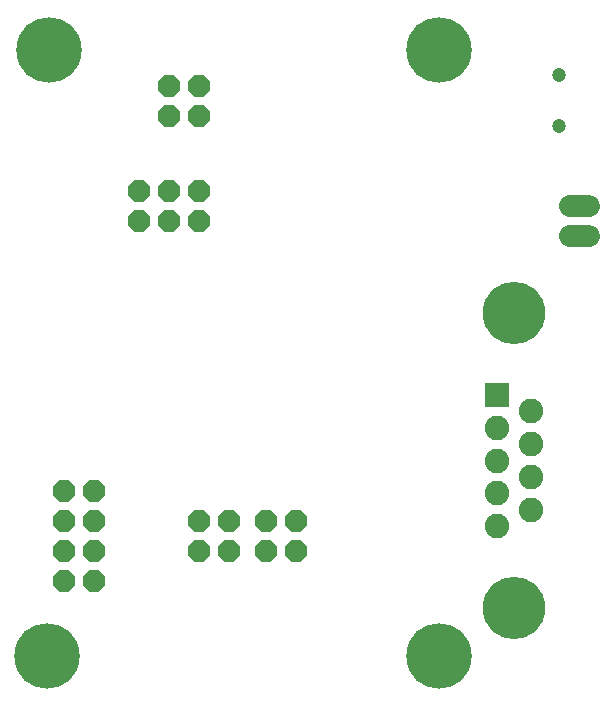
<source format=gbs>
G75*
%MOIN*%
%OFA0B0*%
%FSLAX25Y25*%
%IPPOS*%
%LPD*%
%AMOC8*
5,1,8,0,0,1.08239X$1,22.5*
%
%ADD10R,0.08200X0.08200*%
%ADD11C,0.08200*%
%ADD12C,0.20800*%
%ADD13C,0.07200*%
%ADD14C,0.04737*%
%ADD15OC8,0.07200*%
%ADD16C,0.21800*%
D10*
X0220909Y0125744D03*
D11*
X0220909Y0114839D03*
X0220909Y0103933D03*
X0220909Y0093028D03*
X0220909Y0082122D03*
X0232091Y0087594D03*
X0232091Y0098500D03*
X0232091Y0109366D03*
X0232091Y0120272D03*
D12*
X0226500Y0153146D03*
X0226500Y0054720D03*
D13*
X0245300Y0178933D02*
X0251700Y0178933D01*
X0251700Y0188933D02*
X0245300Y0188933D01*
D14*
X0241563Y0215272D03*
X0241563Y0232594D03*
D15*
X0121500Y0228933D03*
X0121500Y0218933D03*
X0111500Y0218933D03*
X0111500Y0228933D03*
X0111500Y0193933D03*
X0101500Y0193933D03*
X0101500Y0183933D03*
X0111500Y0183933D03*
X0121500Y0183933D03*
X0121500Y0193933D03*
X0086500Y0093933D03*
X0076500Y0093933D03*
X0076500Y0083933D03*
X0076500Y0073933D03*
X0086500Y0073933D03*
X0086500Y0083933D03*
X0086500Y0063933D03*
X0076500Y0063933D03*
X0121500Y0073933D03*
X0131500Y0073933D03*
X0131500Y0083933D03*
X0121500Y0083933D03*
X0144000Y0083933D03*
X0144000Y0073933D03*
X0154000Y0073933D03*
X0154000Y0083933D03*
D16*
X0071000Y0038933D03*
X0201500Y0038933D03*
X0201500Y0240933D03*
X0071500Y0240933D03*
M02*

</source>
